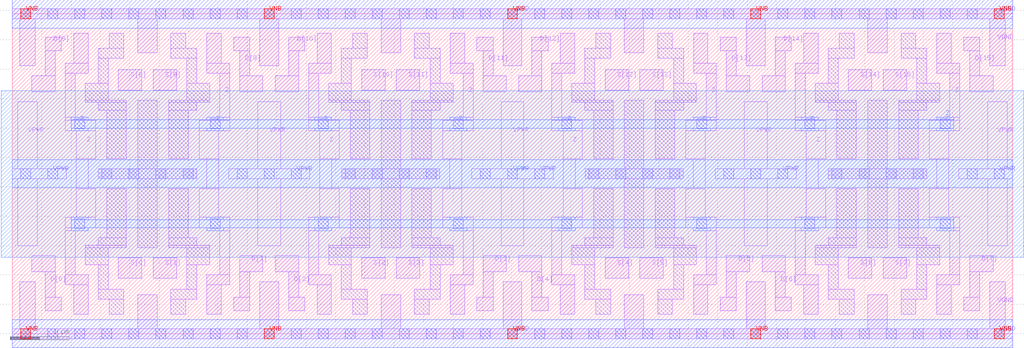
<source format=lef>
# Copyright 2020 The SkyWater PDK Authors
#
# Licensed under the Apache License, Version 2.0 (the "License");
# you may not use this file except in compliance with the License.
# You may obtain a copy of the License at
#
#     https://www.apache.org/licenses/LICENSE-2.0
#
# Unless required by applicable law or agreed to in writing, software
# distributed under the License is distributed on an "AS IS" BASIS,
# WITHOUT WARRANTIES OR CONDITIONS OF ANY KIND, either express or implied.
# See the License for the specific language governing permissions and
# limitations under the License.
#
# SPDX-License-Identifier: Apache-2.0

VERSION 5.7 ;
  NOWIREEXTENSIONATPIN ON ;
  DIVIDERCHAR "/" ;
  BUSBITCHARS "[]" ;
PROPERTYDEFINITIONS
  MACRO maskLayoutSubType STRING ;
  MACRO prCellType STRING ;
  MACRO originalViewName STRING ;
END PROPERTYDEFINITIONS
MACRO sky130_fd_sc_hdll__muxb16to1_1
  CLASS CORE ;
  FOREIGN sky130_fd_sc_hdll__muxb16to1_1 ;
  ORIGIN  0.000000  0.000000 ;
  SIZE  17.02000 BY  5.440000 ;
  SYMMETRY X Y R90 ;
  SITE unithd ;
  PIN D[0]
    ANTENNAGATEAREA  0.277500 ;
    DIRECTION INPUT ;
    USE SIGNAL ;
    PORT
      LAYER li1 ;
        RECT 0.335000 1.055000 0.730000 1.325000 ;
        RECT 0.560000 0.395000 0.835000 0.625000 ;
        RECT 0.560000 0.625000 0.730000 1.055000 ;
    END
  END D[0]
  PIN D[1]
    ANTENNAGATEAREA  0.277500 ;
    DIRECTION INPUT ;
    USE SIGNAL ;
    PORT
      LAYER li1 ;
        RECT 3.765000 0.395000 4.040000 0.625000 ;
        RECT 3.870000 0.625000 4.040000 1.055000 ;
        RECT 3.870000 1.055000 4.265000 1.325000 ;
    END
  END D[1]
  PIN D[2]
    ANTENNAGATEAREA  0.277500 ;
    DIRECTION INPUT ;
    USE SIGNAL ;
    PORT
      LAYER li1 ;
        RECT 4.475000 1.055000 4.870000 1.325000 ;
        RECT 4.700000 0.395000 4.975000 0.625000 ;
        RECT 4.700000 0.625000 4.870000 1.055000 ;
    END
  END D[2]
  PIN D[3]
    ANTENNAGATEAREA  0.277500 ;
    DIRECTION INPUT ;
    USE SIGNAL ;
    PORT
      LAYER li1 ;
        RECT 7.905000 0.395000 8.180000 0.625000 ;
        RECT 8.010000 0.625000 8.180000 1.055000 ;
        RECT 8.010000 1.055000 8.405000 1.325000 ;
    END
  END D[3]
  PIN D[4]
    ANTENNAGATEAREA  0.277500 ;
    DIRECTION INPUT ;
    USE SIGNAL ;
    PORT
      LAYER li1 ;
        RECT 8.615000 1.055000 9.010000 1.325000 ;
        RECT 8.840000 0.395000 9.115000 0.625000 ;
        RECT 8.840000 0.625000 9.010000 1.055000 ;
    END
  END D[4]
  PIN D[5]
    ANTENNAGATEAREA  0.277500 ;
    DIRECTION INPUT ;
    USE SIGNAL ;
    PORT
      LAYER li1 ;
        RECT 12.045000 0.395000 12.320000 0.625000 ;
        RECT 12.150000 0.625000 12.320000 1.055000 ;
        RECT 12.150000 1.055000 12.545000 1.325000 ;
    END
  END D[5]
  PIN D[6]
    ANTENNAGATEAREA  0.277500 ;
    DIRECTION INPUT ;
    USE SIGNAL ;
    PORT
      LAYER li1 ;
        RECT 12.755000 1.055000 13.150000 1.325000 ;
        RECT 12.980000 0.395000 13.255000 0.625000 ;
        RECT 12.980000 0.625000 13.150000 1.055000 ;
    END
  END D[6]
  PIN D[7]
    ANTENNAGATEAREA  0.277500 ;
    DIRECTION INPUT ;
    USE SIGNAL ;
    PORT
      LAYER li1 ;
        RECT 16.185000 0.395000 16.460000 0.625000 ;
        RECT 16.290000 0.625000 16.460000 1.055000 ;
        RECT 16.290000 1.055000 16.685000 1.325000 ;
    END
  END D[7]
  PIN D[8]
    ANTENNAGATEAREA  0.277500 ;
    DIRECTION INPUT ;
    USE SIGNAL ;
    PORT
      LAYER li1 ;
        RECT 0.335000 4.115000 0.730000 4.385000 ;
        RECT 0.560000 4.385000 0.730000 4.815000 ;
        RECT 0.560000 4.815000 0.835000 5.045000 ;
    END
  END D[8]
  PIN D[9]
    ANTENNAGATEAREA  0.277500 ;
    DIRECTION INPUT ;
    USE SIGNAL ;
    PORT
      LAYER li1 ;
        RECT 3.765000 4.815000 4.040000 5.045000 ;
        RECT 3.870000 4.115000 4.265000 4.385000 ;
        RECT 3.870000 4.385000 4.040000 4.815000 ;
    END
  END D[9]
  PIN D[10]
    ANTENNAGATEAREA  0.277500 ;
    DIRECTION INPUT ;
    USE SIGNAL ;
    PORT
      LAYER li1 ;
        RECT 4.475000 4.115000 4.870000 4.385000 ;
        RECT 4.700000 4.385000 4.870000 4.815000 ;
        RECT 4.700000 4.815000 4.975000 5.045000 ;
    END
  END D[10]
  PIN D[11]
    ANTENNAGATEAREA  0.277500 ;
    DIRECTION INPUT ;
    USE SIGNAL ;
    PORT
      LAYER li1 ;
        RECT 7.905000 4.815000 8.180000 5.045000 ;
        RECT 8.010000 4.115000 8.405000 4.385000 ;
        RECT 8.010000 4.385000 8.180000 4.815000 ;
    END
  END D[11]
  PIN D[12]
    ANTENNAGATEAREA  0.277500 ;
    DIRECTION INPUT ;
    USE SIGNAL ;
    PORT
      LAYER li1 ;
        RECT 8.615000 4.115000 9.010000 4.385000 ;
        RECT 8.840000 4.385000 9.010000 4.815000 ;
        RECT 8.840000 4.815000 9.115000 5.045000 ;
    END
  END D[12]
  PIN D[13]
    ANTENNAGATEAREA  0.277500 ;
    DIRECTION INPUT ;
    USE SIGNAL ;
    PORT
      LAYER li1 ;
        RECT 12.045000 4.815000 12.320000 5.045000 ;
        RECT 12.150000 4.115000 12.545000 4.385000 ;
        RECT 12.150000 4.385000 12.320000 4.815000 ;
    END
  END D[13]
  PIN D[14]
    ANTENNAGATEAREA  0.277500 ;
    DIRECTION INPUT ;
    USE SIGNAL ;
    PORT
      LAYER li1 ;
        RECT 12.755000 4.115000 13.150000 4.385000 ;
        RECT 12.980000 4.385000 13.150000 4.815000 ;
        RECT 12.980000 4.815000 13.255000 5.045000 ;
    END
  END D[14]
  PIN D[15]
    ANTENNAGATEAREA  0.277500 ;
    DIRECTION INPUT ;
    USE SIGNAL ;
    PORT
      LAYER li1 ;
        RECT 16.185000 4.815000 16.460000 5.045000 ;
        RECT 16.290000 4.115000 16.685000 4.385000 ;
        RECT 16.290000 4.385000 16.460000 4.815000 ;
    END
  END D[15]
  PIN S[0]
    ANTENNAGATEAREA  0.336000 ;
    DIRECTION INPUT ;
    USE SIGNAL ;
    PORT
      LAYER li1 ;
        RECT 1.805000 0.945000 2.205000 1.295000 ;
    END
  END S[0]
  PIN S[1]
    ANTENNAGATEAREA  0.336000 ;
    DIRECTION INPUT ;
    USE SIGNAL ;
    PORT
      LAYER li1 ;
        RECT 2.395000 0.945000 2.795000 1.295000 ;
    END
  END S[1]
  PIN S[2]
    ANTENNAGATEAREA  0.336000 ;
    DIRECTION INPUT ;
    USE SIGNAL ;
    PORT
      LAYER li1 ;
        RECT 5.945000 0.945000 6.345000 1.295000 ;
    END
  END S[2]
  PIN S[3]
    ANTENNAGATEAREA  0.336000 ;
    DIRECTION INPUT ;
    USE SIGNAL ;
    PORT
      LAYER li1 ;
        RECT 6.535000 0.945000 6.935000 1.295000 ;
    END
  END S[3]
  PIN S[4]
    ANTENNAGATEAREA  0.336000 ;
    DIRECTION INPUT ;
    USE SIGNAL ;
    PORT
      LAYER li1 ;
        RECT 10.085000 0.945000 10.485000 1.295000 ;
    END
  END S[4]
  PIN S[5]
    ANTENNAGATEAREA  0.336000 ;
    DIRECTION INPUT ;
    USE SIGNAL ;
    PORT
      LAYER li1 ;
        RECT 10.675000 0.945000 11.075000 1.295000 ;
    END
  END S[5]
  PIN S[6]
    ANTENNAGATEAREA  0.336000 ;
    DIRECTION INPUT ;
    USE SIGNAL ;
    PORT
      LAYER li1 ;
        RECT 14.225000 0.945000 14.625000 1.295000 ;
    END
  END S[6]
  PIN S[7]
    ANTENNAGATEAREA  0.336000 ;
    DIRECTION INPUT ;
    USE SIGNAL ;
    PORT
      LAYER li1 ;
        RECT 14.815000 0.945000 15.215000 1.295000 ;
    END
  END S[7]
  PIN S[8]
    ANTENNAGATEAREA  0.336000 ;
    DIRECTION INPUT ;
    USE SIGNAL ;
    PORT
      LAYER li1 ;
        RECT 1.805000 4.145000 2.205000 4.495000 ;
    END
  END S[8]
  PIN S[9]
    ANTENNAGATEAREA  0.336000 ;
    DIRECTION INPUT ;
    USE SIGNAL ;
    PORT
      LAYER li1 ;
        RECT 2.395000 4.145000 2.795000 4.495000 ;
    END
  END S[9]
  PIN S[10]
    ANTENNAGATEAREA  0.336000 ;
    DIRECTION INPUT ;
    USE SIGNAL ;
    PORT
      LAYER li1 ;
        RECT 5.945000 4.145000 6.345000 4.495000 ;
    END
  END S[10]
  PIN S[11]
    ANTENNAGATEAREA  0.336000 ;
    DIRECTION INPUT ;
    USE SIGNAL ;
    PORT
      LAYER li1 ;
        RECT 6.535000 4.145000 6.935000 4.495000 ;
    END
  END S[11]
  PIN S[12]
    ANTENNAGATEAREA  0.336000 ;
    DIRECTION INPUT ;
    USE SIGNAL ;
    PORT
      LAYER li1 ;
        RECT 10.085000 4.145000 10.485000 4.495000 ;
    END
  END S[12]
  PIN S[13]
    ANTENNAGATEAREA  0.336000 ;
    DIRECTION INPUT ;
    USE SIGNAL ;
    PORT
      LAYER li1 ;
        RECT 10.675000 4.145000 11.075000 4.495000 ;
    END
  END S[13]
  PIN S[14]
    ANTENNAGATEAREA  0.336000 ;
    DIRECTION INPUT ;
    USE SIGNAL ;
    PORT
      LAYER li1 ;
        RECT 14.225000 4.145000 14.625000 4.495000 ;
    END
  END S[14]
  PIN S[15]
    ANTENNAGATEAREA  0.336000 ;
    DIRECTION INPUT ;
    USE SIGNAL ;
    PORT
      LAYER li1 ;
        RECT 14.815000 4.145000 15.215000 4.495000 ;
    END
  END S[15]
  PIN Z
    ANTENNADIFFAREA  5.705600 ;
    DIRECTION OUTPUT ;
    USE SIGNAL ;
    PORT
      LAYER li1 ;
        RECT 0.900000 0.835000 1.290000 1.005000 ;
        RECT 0.900000 1.005000 1.070000 1.755000 ;
        RECT 0.900000 1.755000 1.295000 1.805000 ;
        RECT 0.900000 1.805000 1.420000 1.985000 ;
        RECT 0.900000 3.455000 1.420000 3.635000 ;
        RECT 0.900000 3.635000 1.295000 3.685000 ;
        RECT 0.900000 3.685000 1.070000 4.435000 ;
        RECT 0.900000 4.435000 1.290000 4.605000 ;
        RECT 1.045000 0.330000 1.290000 0.835000 ;
        RECT 1.045000 4.605000 1.290000 5.110000 ;
        RECT 1.090000 1.985000 1.420000 2.465000 ;
        RECT 1.090000 2.465000 1.295000 2.975000 ;
        RECT 1.090000 2.975000 1.420000 3.455000 ;
      LAYER mcon ;
        RECT 1.065000 1.785000 1.235000 1.955000 ;
        RECT 1.065000 3.485000 1.235000 3.655000 ;
    END
    PORT
      LAYER li1 ;
        RECT 11.460000 1.805000 11.980000 1.985000 ;
        RECT 11.460000 1.985000 11.790000 2.465000 ;
        RECT 11.460000 2.975000 11.790000 3.455000 ;
        RECT 11.460000 3.455000 11.980000 3.635000 ;
        RECT 11.585000 1.755000 11.980000 1.805000 ;
        RECT 11.585000 2.465000 11.790000 2.975000 ;
        RECT 11.585000 3.635000 11.980000 3.685000 ;
        RECT 11.590000 0.330000 11.835000 0.835000 ;
        RECT 11.590000 0.835000 11.980000 1.005000 ;
        RECT 11.590000 4.435000 11.980000 4.605000 ;
        RECT 11.590000 4.605000 11.835000 5.110000 ;
        RECT 11.810000 1.005000 11.980000 1.755000 ;
        RECT 11.810000 3.685000 11.980000 4.435000 ;
      LAYER mcon ;
        RECT 11.645000 1.785000 11.815000 1.955000 ;
        RECT 11.645000 3.485000 11.815000 3.655000 ;
    END
    PORT
      LAYER li1 ;
        RECT 13.320000 0.835000 13.710000 1.005000 ;
        RECT 13.320000 1.005000 13.490000 1.755000 ;
        RECT 13.320000 1.755000 13.715000 1.805000 ;
        RECT 13.320000 1.805000 13.840000 1.985000 ;
        RECT 13.320000 3.455000 13.840000 3.635000 ;
        RECT 13.320000 3.635000 13.715000 3.685000 ;
        RECT 13.320000 3.685000 13.490000 4.435000 ;
        RECT 13.320000 4.435000 13.710000 4.605000 ;
        RECT 13.465000 0.330000 13.710000 0.835000 ;
        RECT 13.465000 4.605000 13.710000 5.110000 ;
        RECT 13.510000 1.985000 13.840000 2.465000 ;
        RECT 13.510000 2.465000 13.715000 2.975000 ;
        RECT 13.510000 2.975000 13.840000 3.455000 ;
      LAYER mcon ;
        RECT 13.485000 1.785000 13.655000 1.955000 ;
        RECT 13.485000 3.485000 13.655000 3.655000 ;
    END
    PORT
      LAYER li1 ;
        RECT 15.600000 1.805000 16.120000 1.985000 ;
        RECT 15.600000 1.985000 15.930000 2.465000 ;
        RECT 15.600000 2.975000 15.930000 3.455000 ;
        RECT 15.600000 3.455000 16.120000 3.635000 ;
        RECT 15.725000 1.755000 16.120000 1.805000 ;
        RECT 15.725000 2.465000 15.930000 2.975000 ;
        RECT 15.725000 3.635000 16.120000 3.685000 ;
        RECT 15.730000 0.330000 15.975000 0.835000 ;
        RECT 15.730000 0.835000 16.120000 1.005000 ;
        RECT 15.730000 4.435000 16.120000 4.605000 ;
        RECT 15.730000 4.605000 15.975000 5.110000 ;
        RECT 15.950000 1.005000 16.120000 1.755000 ;
        RECT 15.950000 3.685000 16.120000 4.435000 ;
      LAYER mcon ;
        RECT 15.785000 1.785000 15.955000 1.955000 ;
        RECT 15.785000 3.485000 15.955000 3.655000 ;
    END
    PORT
      LAYER li1 ;
        RECT 3.180000 1.805000 3.700000 1.985000 ;
        RECT 3.180000 1.985000 3.510000 2.465000 ;
        RECT 3.180000 2.975000 3.510000 3.455000 ;
        RECT 3.180000 3.455000 3.700000 3.635000 ;
        RECT 3.305000 1.755000 3.700000 1.805000 ;
        RECT 3.305000 2.465000 3.510000 2.975000 ;
        RECT 3.305000 3.635000 3.700000 3.685000 ;
        RECT 3.310000 0.330000 3.555000 0.835000 ;
        RECT 3.310000 0.835000 3.700000 1.005000 ;
        RECT 3.310000 4.435000 3.700000 4.605000 ;
        RECT 3.310000 4.605000 3.555000 5.110000 ;
        RECT 3.530000 1.005000 3.700000 1.755000 ;
        RECT 3.530000 3.685000 3.700000 4.435000 ;
      LAYER mcon ;
        RECT 3.365000 1.785000 3.535000 1.955000 ;
        RECT 3.365000 3.485000 3.535000 3.655000 ;
    END
    PORT
      LAYER li1 ;
        RECT 5.040000 0.835000 5.430000 1.005000 ;
        RECT 5.040000 1.005000 5.210000 1.755000 ;
        RECT 5.040000 1.755000 5.435000 1.805000 ;
        RECT 5.040000 1.805000 5.560000 1.985000 ;
        RECT 5.040000 3.455000 5.560000 3.635000 ;
        RECT 5.040000 3.635000 5.435000 3.685000 ;
        RECT 5.040000 3.685000 5.210000 4.435000 ;
        RECT 5.040000 4.435000 5.430000 4.605000 ;
        RECT 5.185000 0.330000 5.430000 0.835000 ;
        RECT 5.185000 4.605000 5.430000 5.110000 ;
        RECT 5.230000 1.985000 5.560000 2.465000 ;
        RECT 5.230000 2.465000 5.435000 2.975000 ;
        RECT 5.230000 2.975000 5.560000 3.455000 ;
      LAYER mcon ;
        RECT 5.205000 1.785000 5.375000 1.955000 ;
        RECT 5.205000 3.485000 5.375000 3.655000 ;
    END
    PORT
      LAYER li1 ;
        RECT 7.320000 1.805000 7.840000 1.985000 ;
        RECT 7.320000 1.985000 7.650000 2.465000 ;
        RECT 7.320000 2.975000 7.650000 3.455000 ;
        RECT 7.320000 3.455000 7.840000 3.635000 ;
        RECT 7.445000 1.755000 7.840000 1.805000 ;
        RECT 7.445000 2.465000 7.650000 2.975000 ;
        RECT 7.445000 3.635000 7.840000 3.685000 ;
        RECT 7.450000 0.330000 7.695000 0.835000 ;
        RECT 7.450000 0.835000 7.840000 1.005000 ;
        RECT 7.450000 4.435000 7.840000 4.605000 ;
        RECT 7.450000 4.605000 7.695000 5.110000 ;
        RECT 7.670000 1.005000 7.840000 1.755000 ;
        RECT 7.670000 3.685000 7.840000 4.435000 ;
      LAYER mcon ;
        RECT 7.505000 1.785000 7.675000 1.955000 ;
        RECT 7.505000 3.485000 7.675000 3.655000 ;
    END
    PORT
      LAYER li1 ;
        RECT 9.180000 0.835000 9.570000 1.005000 ;
        RECT 9.180000 1.005000 9.350000 1.755000 ;
        RECT 9.180000 1.755000 9.575000 1.805000 ;
        RECT 9.180000 1.805000 9.700000 1.985000 ;
        RECT 9.180000 3.455000 9.700000 3.635000 ;
        RECT 9.180000 3.635000 9.575000 3.685000 ;
        RECT 9.180000 3.685000 9.350000 4.435000 ;
        RECT 9.180000 4.435000 9.570000 4.605000 ;
        RECT 9.325000 0.330000 9.570000 0.835000 ;
        RECT 9.325000 4.605000 9.570000 5.110000 ;
        RECT 9.370000 1.985000 9.700000 2.465000 ;
        RECT 9.370000 2.465000 9.575000 2.975000 ;
        RECT 9.370000 2.975000 9.700000 3.455000 ;
      LAYER mcon ;
        RECT 9.345000 1.785000 9.515000 1.955000 ;
        RECT 9.345000 3.485000 9.515000 3.655000 ;
    END
    PORT
      LAYER met1 ;
        RECT  1.005000 1.755000  1.295000 1.800000 ;
        RECT  1.005000 1.800000 16.015000 1.940000 ;
        RECT  1.005000 1.940000  1.295000 1.985000 ;
        RECT  1.005000 3.455000  1.295000 3.500000 ;
        RECT  1.005000 3.500000 16.015000 3.640000 ;
        RECT  1.005000 3.640000  1.295000 3.685000 ;
        RECT  3.305000 1.755000  3.595000 1.800000 ;
        RECT  3.305000 1.940000  3.595000 1.985000 ;
        RECT  3.305000 3.455000  3.595000 3.500000 ;
        RECT  3.305000 3.640000  3.595000 3.685000 ;
        RECT  5.145000 1.755000  5.435000 1.800000 ;
        RECT  5.145000 1.940000  5.435000 1.985000 ;
        RECT  5.145000 3.455000  5.435000 3.500000 ;
        RECT  5.145000 3.640000  5.435000 3.685000 ;
        RECT  7.445000 1.755000  7.735000 1.800000 ;
        RECT  7.445000 1.940000  7.735000 1.985000 ;
        RECT  7.445000 3.455000  7.735000 3.500000 ;
        RECT  7.445000 3.640000  7.735000 3.685000 ;
        RECT  9.285000 1.755000  9.575000 1.800000 ;
        RECT  9.285000 1.940000  9.575000 1.985000 ;
        RECT  9.285000 3.455000  9.575000 3.500000 ;
        RECT  9.285000 3.640000  9.575000 3.685000 ;
        RECT 11.585000 1.755000 11.875000 1.800000 ;
        RECT 11.585000 1.940000 11.875000 1.985000 ;
        RECT 11.585000 3.455000 11.875000 3.500000 ;
        RECT 11.585000 3.640000 11.875000 3.685000 ;
        RECT 13.425000 1.755000 13.715000 1.800000 ;
        RECT 13.425000 1.940000 13.715000 1.985000 ;
        RECT 13.425000 3.455000 13.715000 3.500000 ;
        RECT 13.425000 3.640000 13.715000 3.685000 ;
        RECT 15.725000 1.755000 16.015000 1.800000 ;
        RECT 15.725000 1.940000 16.015000 1.985000 ;
        RECT 15.725000 3.455000 16.015000 3.500000 ;
        RECT 15.725000 3.640000 16.015000 3.685000 ;
    END
  END Z
  PIN VGND
    DIRECTION INOUT ;
    USE GROUND ;
    PORT
      LAYER li1 ;
        RECT  0.000000 -0.085000 17.020000 0.085000 ;
        RECT  0.130000  0.085000  0.390000 0.885000 ;
        RECT  2.135000  0.085000  2.465000 0.660000 ;
        RECT  4.210000  0.085000  4.530000 0.885000 ;
        RECT  6.275000  0.085000  6.605000 0.660000 ;
        RECT  8.350000  0.085000  8.670000 0.885000 ;
        RECT 10.415000  0.085000 10.745000 0.660000 ;
        RECT 12.490000  0.085000 12.810000 0.885000 ;
        RECT 14.555000  0.085000 14.885000 0.660000 ;
        RECT 16.630000  0.085000 16.890000 0.885000 ;
      LAYER mcon ;
        RECT  0.145000 -0.085000  0.315000 0.085000 ;
        RECT  0.605000 -0.085000  0.775000 0.085000 ;
        RECT  1.065000 -0.085000  1.235000 0.085000 ;
        RECT  1.525000 -0.085000  1.695000 0.085000 ;
        RECT  1.985000 -0.085000  2.155000 0.085000 ;
        RECT  2.445000 -0.085000  2.615000 0.085000 ;
        RECT  2.905000 -0.085000  3.075000 0.085000 ;
        RECT  3.365000 -0.085000  3.535000 0.085000 ;
        RECT  3.825000 -0.085000  3.995000 0.085000 ;
        RECT  4.285000 -0.085000  4.455000 0.085000 ;
        RECT  4.745000 -0.085000  4.915000 0.085000 ;
        RECT  5.205000 -0.085000  5.375000 0.085000 ;
        RECT  5.665000 -0.085000  5.835000 0.085000 ;
        RECT  6.125000 -0.085000  6.295000 0.085000 ;
        RECT  6.585000 -0.085000  6.755000 0.085000 ;
        RECT  7.045000 -0.085000  7.215000 0.085000 ;
        RECT  7.505000 -0.085000  7.675000 0.085000 ;
        RECT  7.965000 -0.085000  8.135000 0.085000 ;
        RECT  8.425000 -0.085000  8.595000 0.085000 ;
        RECT  8.885000 -0.085000  9.055000 0.085000 ;
        RECT  9.345000 -0.085000  9.515000 0.085000 ;
        RECT  9.805000 -0.085000  9.975000 0.085000 ;
        RECT 10.265000 -0.085000 10.435000 0.085000 ;
        RECT 10.725000 -0.085000 10.895000 0.085000 ;
        RECT 11.185000 -0.085000 11.355000 0.085000 ;
        RECT 11.645000 -0.085000 11.815000 0.085000 ;
        RECT 12.105000 -0.085000 12.275000 0.085000 ;
        RECT 12.565000 -0.085000 12.735000 0.085000 ;
        RECT 13.025000 -0.085000 13.195000 0.085000 ;
        RECT 13.485000 -0.085000 13.655000 0.085000 ;
        RECT 13.945000 -0.085000 14.115000 0.085000 ;
        RECT 14.405000 -0.085000 14.575000 0.085000 ;
        RECT 14.865000 -0.085000 15.035000 0.085000 ;
        RECT 15.325000 -0.085000 15.495000 0.085000 ;
        RECT 15.785000 -0.085000 15.955000 0.085000 ;
        RECT 16.245000 -0.085000 16.415000 0.085000 ;
        RECT 16.705000 -0.085000 16.875000 0.085000 ;
    END
    PORT
      LAYER li1 ;
        RECT  0.000000 5.355000 17.020000 5.525000 ;
        RECT  0.130000 4.555000  0.390000 5.355000 ;
        RECT  2.135000 4.780000  2.465000 5.355000 ;
        RECT  4.210000 4.555000  4.530000 5.355000 ;
        RECT  6.275000 4.780000  6.605000 5.355000 ;
        RECT  8.350000 4.555000  8.670000 5.355000 ;
        RECT 10.415000 4.780000 10.745000 5.355000 ;
        RECT 12.490000 4.555000 12.810000 5.355000 ;
        RECT 14.555000 4.780000 14.885000 5.355000 ;
        RECT 16.630000 4.555000 16.890000 5.355000 ;
      LAYER mcon ;
        RECT  0.145000 5.355000  0.315000 5.525000 ;
        RECT  0.605000 5.355000  0.775000 5.525000 ;
        RECT  1.065000 5.355000  1.235000 5.525000 ;
        RECT  1.525000 5.355000  1.695000 5.525000 ;
        RECT  1.985000 5.355000  2.155000 5.525000 ;
        RECT  2.445000 5.355000  2.615000 5.525000 ;
        RECT  2.905000 5.355000  3.075000 5.525000 ;
        RECT  3.365000 5.355000  3.535000 5.525000 ;
        RECT  3.825000 5.355000  3.995000 5.525000 ;
        RECT  4.285000 5.355000  4.455000 5.525000 ;
        RECT  4.745000 5.355000  4.915000 5.525000 ;
        RECT  5.205000 5.355000  5.375000 5.525000 ;
        RECT  5.665000 5.355000  5.835000 5.525000 ;
        RECT  6.125000 5.355000  6.295000 5.525000 ;
        RECT  6.585000 5.355000  6.755000 5.525000 ;
        RECT  7.045000 5.355000  7.215000 5.525000 ;
        RECT  7.505000 5.355000  7.675000 5.525000 ;
        RECT  7.965000 5.355000  8.135000 5.525000 ;
        RECT  8.425000 5.355000  8.595000 5.525000 ;
        RECT  8.885000 5.355000  9.055000 5.525000 ;
        RECT  9.345000 5.355000  9.515000 5.525000 ;
        RECT  9.805000 5.355000  9.975000 5.525000 ;
        RECT 10.265000 5.355000 10.435000 5.525000 ;
        RECT 10.725000 5.355000 10.895000 5.525000 ;
        RECT 11.185000 5.355000 11.355000 5.525000 ;
        RECT 11.645000 5.355000 11.815000 5.525000 ;
        RECT 12.105000 5.355000 12.275000 5.525000 ;
        RECT 12.565000 5.355000 12.735000 5.525000 ;
        RECT 13.025000 5.355000 13.195000 5.525000 ;
        RECT 13.485000 5.355000 13.655000 5.525000 ;
        RECT 13.945000 5.355000 14.115000 5.525000 ;
        RECT 14.405000 5.355000 14.575000 5.525000 ;
        RECT 14.865000 5.355000 15.035000 5.525000 ;
        RECT 15.325000 5.355000 15.495000 5.525000 ;
        RECT 15.785000 5.355000 15.955000 5.525000 ;
        RECT 16.245000 5.355000 16.415000 5.525000 ;
        RECT 16.705000 5.355000 16.875000 5.525000 ;
    END
    PORT
      LAYER met1 ;
        RECT 0.000000 -0.240000 17.020000 0.240000 ;
    END
    PORT
      LAYER met1 ;
        RECT 0.000000 5.200000 17.020000 5.680000 ;
    END
  END VGND
  PIN VNB
    DIRECTION INOUT ;
    USE GROUND ;
    PORT
      LAYER pwell ;
        RECT 0.145000 -0.085000 0.315000 0.085000 ;
    END
    PORT
      LAYER pwell ;
        RECT 0.145000 5.355000 0.315000 5.525000 ;
    END
    PORT
      LAYER pwell ;
        RECT 12.565000 -0.085000 12.735000 0.085000 ;
    END
    PORT
      LAYER pwell ;
        RECT 12.565000 5.355000 12.735000 5.525000 ;
    END
    PORT
      LAYER pwell ;
        RECT 16.705000 -0.085000 16.875000 0.085000 ;
    END
    PORT
      LAYER pwell ;
        RECT 16.705000 5.355000 16.875000 5.525000 ;
    END
    PORT
      LAYER pwell ;
        RECT 4.285000 -0.085000 4.455000 0.085000 ;
    END
    PORT
      LAYER pwell ;
        RECT 4.285000 5.355000 4.455000 5.525000 ;
    END
    PORT
      LAYER pwell ;
        RECT 8.425000 -0.085000 8.595000 0.085000 ;
    END
    PORT
      LAYER pwell ;
        RECT 8.425000 5.355000 8.595000 5.525000 ;
    END
  END VNB
  PIN VPB
    DIRECTION INOUT ;
    USE POWER ;
    PORT
      LAYER nwell ;
        RECT -0.190000 1.305000 17.210000 4.135000 ;
    END
  END VPB
  PIN VPWR
    DIRECTION INOUT ;
    USE POWER ;
    PORT
      LAYER li1 ;
        RECT 0.000000 2.635000 0.920000 2.805000 ;
        RECT 0.095000 1.495000 0.425000 2.635000 ;
        RECT 0.095000 2.805000 0.425000 3.945000 ;
      LAYER mcon ;
        RECT 0.145000 2.635000 0.315000 2.805000 ;
        RECT 0.605000 2.635000 0.775000 2.805000 ;
    END
    PORT
      LAYER li1 ;
        RECT 11.960000 2.635000 13.340000 2.805000 ;
        RECT 12.455000 1.495000 12.845000 2.635000 ;
        RECT 12.455000 2.805000 12.845000 3.945000 ;
      LAYER mcon ;
        RECT 12.105000 2.635000 12.275000 2.805000 ;
        RECT 12.565000 2.635000 12.735000 2.805000 ;
        RECT 13.025000 2.635000 13.195000 2.805000 ;
    END
    PORT
      LAYER li1 ;
        RECT 16.100000 2.635000 17.020000 2.805000 ;
        RECT 16.595000 1.495000 16.925000 2.635000 ;
        RECT 16.595000 2.805000 16.925000 3.945000 ;
      LAYER mcon ;
        RECT 16.245000 2.635000 16.415000 2.805000 ;
        RECT 16.705000 2.635000 16.875000 2.805000 ;
    END
    PORT
      LAYER li1 ;
        RECT 3.680000 2.635000 5.060000 2.805000 ;
        RECT 4.175000 1.495000 4.565000 2.635000 ;
        RECT 4.175000 2.805000 4.565000 3.945000 ;
      LAYER mcon ;
        RECT 3.825000 2.635000 3.995000 2.805000 ;
        RECT 4.285000 2.635000 4.455000 2.805000 ;
        RECT 4.745000 2.635000 4.915000 2.805000 ;
    END
    PORT
      LAYER li1 ;
        RECT 7.820000 2.635000 9.200000 2.805000 ;
        RECT 8.315000 1.495000 8.705000 2.635000 ;
        RECT 8.315000 2.805000 8.705000 3.945000 ;
      LAYER mcon ;
        RECT 7.965000 2.635000 8.135000 2.805000 ;
        RECT 8.425000 2.635000 8.595000 2.805000 ;
        RECT 8.885000 2.635000 9.055000 2.805000 ;
    END
    PORT
      LAYER met1 ;
        RECT 0.000000 2.480000 17.020000 2.960000 ;
    END
  END VPWR
  OBS
    LAYER li1 ;
      RECT  1.240000 1.175000  1.630000 1.465000 ;
      RECT  1.240000 1.465000  1.940000 1.505000 ;
      RECT  1.240000 3.935000  1.940000 3.975000 ;
      RECT  1.240000 3.975000  1.630000 4.265000 ;
      RECT  1.460000 0.585000  1.900000 0.755000 ;
      RECT  1.460000 0.755000  1.630000 1.175000 ;
      RECT  1.460000 1.505000  1.940000 1.635000 ;
      RECT  1.460000 3.805000  1.940000 3.935000 ;
      RECT  1.460000 4.265000  1.630000 4.685000 ;
      RECT  1.460000 4.685000  1.900000 4.855000 ;
      RECT  1.465000 2.635000  3.135000 2.805000 ;
      RECT  1.610000 1.635000  1.940000 2.465000 ;
      RECT  1.610000 2.975000  1.940000 3.805000 ;
      RECT  1.650000 0.330000  1.900000 0.585000 ;
      RECT  1.650000 4.855000  1.900000 5.110000 ;
      RECT  2.135000 1.465000  2.465000 2.635000 ;
      RECT  2.135000 2.805000  2.465000 3.975000 ;
      RECT  2.660000 1.465000  3.360000 1.505000 ;
      RECT  2.660000 1.505000  3.140000 1.635000 ;
      RECT  2.660000 1.635000  2.990000 2.465000 ;
      RECT  2.660000 2.975000  2.990000 3.805000 ;
      RECT  2.660000 3.805000  3.140000 3.935000 ;
      RECT  2.660000 3.935000  3.360000 3.975000 ;
      RECT  2.700000 0.330000  2.950000 0.585000 ;
      RECT  2.700000 0.585000  3.140000 0.755000 ;
      RECT  2.700000 4.685000  3.140000 4.855000 ;
      RECT  2.700000 4.855000  2.950000 5.110000 ;
      RECT  2.970000 0.755000  3.140000 1.175000 ;
      RECT  2.970000 1.175000  3.360000 1.465000 ;
      RECT  2.970000 3.975000  3.360000 4.265000 ;
      RECT  2.970000 4.265000  3.140000 4.685000 ;
      RECT  5.380000 1.175000  5.770000 1.465000 ;
      RECT  5.380000 1.465000  6.080000 1.505000 ;
      RECT  5.380000 3.935000  6.080000 3.975000 ;
      RECT  5.380000 3.975000  5.770000 4.265000 ;
      RECT  5.600000 0.585000  6.040000 0.755000 ;
      RECT  5.600000 0.755000  5.770000 1.175000 ;
      RECT  5.600000 1.505000  6.080000 1.635000 ;
      RECT  5.600000 3.805000  6.080000 3.935000 ;
      RECT  5.600000 4.265000  5.770000 4.685000 ;
      RECT  5.600000 4.685000  6.040000 4.855000 ;
      RECT  5.605000 2.635000  7.275000 2.805000 ;
      RECT  5.750000 1.635000  6.080000 2.465000 ;
      RECT  5.750000 2.975000  6.080000 3.805000 ;
      RECT  5.790000 0.330000  6.040000 0.585000 ;
      RECT  5.790000 4.855000  6.040000 5.110000 ;
      RECT  6.275000 1.465000  6.605000 2.635000 ;
      RECT  6.275000 2.805000  6.605000 3.975000 ;
      RECT  6.800000 1.465000  7.500000 1.505000 ;
      RECT  6.800000 1.505000  7.280000 1.635000 ;
      RECT  6.800000 1.635000  7.130000 2.465000 ;
      RECT  6.800000 2.975000  7.130000 3.805000 ;
      RECT  6.800000 3.805000  7.280000 3.935000 ;
      RECT  6.800000 3.935000  7.500000 3.975000 ;
      RECT  6.840000 0.330000  7.090000 0.585000 ;
      RECT  6.840000 0.585000  7.280000 0.755000 ;
      RECT  6.840000 4.685000  7.280000 4.855000 ;
      RECT  6.840000 4.855000  7.090000 5.110000 ;
      RECT  7.110000 0.755000  7.280000 1.175000 ;
      RECT  7.110000 1.175000  7.500000 1.465000 ;
      RECT  7.110000 3.975000  7.500000 4.265000 ;
      RECT  7.110000 4.265000  7.280000 4.685000 ;
      RECT  9.520000 1.175000  9.910000 1.465000 ;
      RECT  9.520000 1.465000 10.220000 1.505000 ;
      RECT  9.520000 3.935000 10.220000 3.975000 ;
      RECT  9.520000 3.975000  9.910000 4.265000 ;
      RECT  9.740000 0.585000 10.180000 0.755000 ;
      RECT  9.740000 0.755000  9.910000 1.175000 ;
      RECT  9.740000 1.505000 10.220000 1.635000 ;
      RECT  9.740000 3.805000 10.220000 3.935000 ;
      RECT  9.740000 4.265000  9.910000 4.685000 ;
      RECT  9.740000 4.685000 10.180000 4.855000 ;
      RECT  9.745000 2.635000 11.415000 2.805000 ;
      RECT  9.890000 1.635000 10.220000 2.465000 ;
      RECT  9.890000 2.975000 10.220000 3.805000 ;
      RECT  9.930000 0.330000 10.180000 0.585000 ;
      RECT  9.930000 4.855000 10.180000 5.110000 ;
      RECT 10.415000 1.465000 10.745000 2.635000 ;
      RECT 10.415000 2.805000 10.745000 3.975000 ;
      RECT 10.940000 1.465000 11.640000 1.505000 ;
      RECT 10.940000 1.505000 11.420000 1.635000 ;
      RECT 10.940000 1.635000 11.270000 2.465000 ;
      RECT 10.940000 2.975000 11.270000 3.805000 ;
      RECT 10.940000 3.805000 11.420000 3.935000 ;
      RECT 10.940000 3.935000 11.640000 3.975000 ;
      RECT 10.980000 0.330000 11.230000 0.585000 ;
      RECT 10.980000 0.585000 11.420000 0.755000 ;
      RECT 10.980000 4.685000 11.420000 4.855000 ;
      RECT 10.980000 4.855000 11.230000 5.110000 ;
      RECT 11.250000 0.755000 11.420000 1.175000 ;
      RECT 11.250000 1.175000 11.640000 1.465000 ;
      RECT 11.250000 3.975000 11.640000 4.265000 ;
      RECT 11.250000 4.265000 11.420000 4.685000 ;
      RECT 13.660000 1.175000 14.050000 1.465000 ;
      RECT 13.660000 1.465000 14.360000 1.505000 ;
      RECT 13.660000 3.935000 14.360000 3.975000 ;
      RECT 13.660000 3.975000 14.050000 4.265000 ;
      RECT 13.880000 0.585000 14.320000 0.755000 ;
      RECT 13.880000 0.755000 14.050000 1.175000 ;
      RECT 13.880000 1.505000 14.360000 1.635000 ;
      RECT 13.880000 3.805000 14.360000 3.935000 ;
      RECT 13.880000 4.265000 14.050000 4.685000 ;
      RECT 13.880000 4.685000 14.320000 4.855000 ;
      RECT 13.885000 2.635000 15.555000 2.805000 ;
      RECT 14.030000 1.635000 14.360000 2.465000 ;
      RECT 14.030000 2.975000 14.360000 3.805000 ;
      RECT 14.070000 0.330000 14.320000 0.585000 ;
      RECT 14.070000 4.855000 14.320000 5.110000 ;
      RECT 14.555000 1.465000 14.885000 2.635000 ;
      RECT 14.555000 2.805000 14.885000 3.975000 ;
      RECT 15.080000 1.465000 15.780000 1.505000 ;
      RECT 15.080000 1.505000 15.560000 1.635000 ;
      RECT 15.080000 1.635000 15.410000 2.465000 ;
      RECT 15.080000 2.975000 15.410000 3.805000 ;
      RECT 15.080000 3.805000 15.560000 3.935000 ;
      RECT 15.080000 3.935000 15.780000 3.975000 ;
      RECT 15.120000 0.330000 15.370000 0.585000 ;
      RECT 15.120000 0.585000 15.560000 0.755000 ;
      RECT 15.120000 4.685000 15.560000 4.855000 ;
      RECT 15.120000 4.855000 15.370000 5.110000 ;
      RECT 15.390000 0.755000 15.560000 1.175000 ;
      RECT 15.390000 1.175000 15.780000 1.465000 ;
      RECT 15.390000 3.975000 15.780000 4.265000 ;
      RECT 15.390000 4.265000 15.560000 4.685000 ;
    LAYER mcon ;
      RECT  1.525000 2.635000  1.695000 2.805000 ;
      RECT  1.985000 2.635000  2.155000 2.805000 ;
      RECT  2.445000 2.635000  2.615000 2.805000 ;
      RECT  2.905000 2.635000  3.075000 2.805000 ;
      RECT  5.665000 2.635000  5.835000 2.805000 ;
      RECT  6.125000 2.635000  6.295000 2.805000 ;
      RECT  6.585000 2.635000  6.755000 2.805000 ;
      RECT  7.045000 2.635000  7.215000 2.805000 ;
      RECT  9.805000 2.635000  9.975000 2.805000 ;
      RECT 10.265000 2.635000 10.435000 2.805000 ;
      RECT 10.725000 2.635000 10.895000 2.805000 ;
      RECT 11.185000 2.635000 11.355000 2.805000 ;
      RECT 13.945000 2.635000 14.115000 2.805000 ;
      RECT 14.405000 2.635000 14.575000 2.805000 ;
      RECT 14.865000 2.635000 15.035000 2.805000 ;
      RECT 15.325000 2.635000 15.495000 2.805000 ;
  END
  PROPERTY maskLayoutSubType "abstract" ;
  PROPERTY prCellType "standard" ;
  PROPERTY originalViewName "layout" ;
END sky130_fd_sc_hdll__muxb16to1_1
END LIBRARY

</source>
